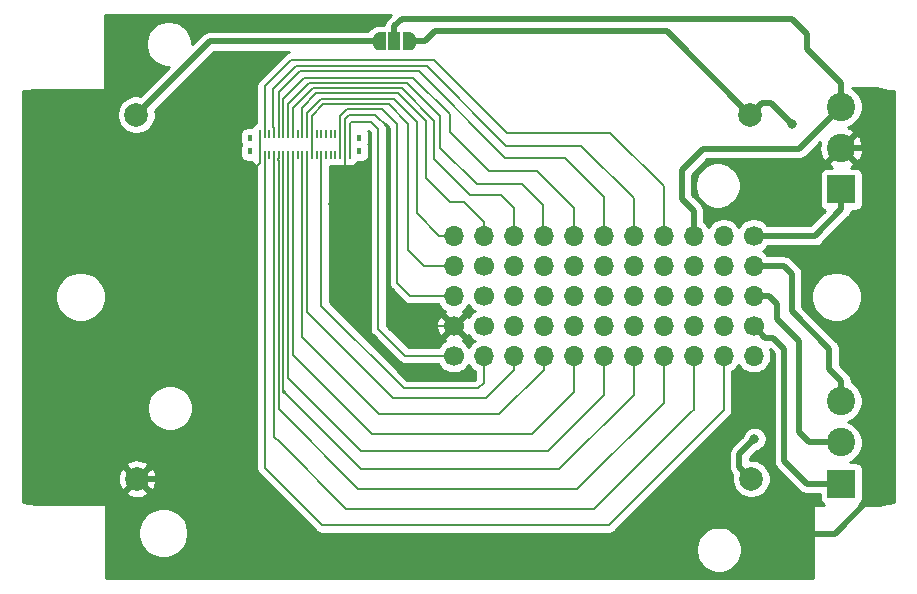
<source format=gbr>
G04 #@! TF.GenerationSoftware,KiCad,Pcbnew,5.1.5-52549c5~86~ubuntu18.04.1*
G04 #@! TF.CreationDate,2020-11-21T17:19:21-05:00*
G04 #@! TF.ProjectId,RAK4631_LORA_ADAPTABLE_NODE,52414b34-3633-4315-9f4c-4f52415f4144,rev?*
G04 #@! TF.SameCoordinates,Original*
G04 #@! TF.FileFunction,Copper,L2,Bot*
G04 #@! TF.FilePolarity,Positive*
%FSLAX46Y46*%
G04 Gerber Fmt 4.6, Leading zero omitted, Abs format (unit mm)*
G04 Created by KiCad (PCBNEW 5.1.5-52549c5~86~ubuntu18.04.1) date 2020-11-21 17:19:21*
%MOMM*%
%LPD*%
G04 APERTURE LIST*
%ADD10R,0.450000X0.530000*%
%ADD11R,0.230000X0.650000*%
%ADD12O,1.700000X1.700000*%
%ADD13C,1.700000*%
%ADD14C,2.400000*%
%ADD15R,2.400000X2.400000*%
%ADD16C,2.000000*%
%ADD17R,1.000000X1.500000*%
%ADD18C,0.100000*%
%ADD19C,0.800000*%
%ADD20C,0.500000*%
%ADD21C,0.166000*%
%ADD22C,0.250000*%
%ADD23C,0.160000*%
%ADD24C,0.152400*%
%ADD25C,0.254000*%
G04 APERTURE END LIST*
D10*
X129090400Y-112172600D03*
X129090400Y-111042600D03*
X119880400Y-112172600D03*
X119880400Y-111042600D03*
D11*
X120685400Y-110732600D03*
X120685400Y-112482600D03*
X121085400Y-110732600D03*
X121085400Y-112482600D03*
X121485400Y-110732600D03*
X121485400Y-112482600D03*
X121885400Y-110732600D03*
X121885400Y-112482600D03*
X122285400Y-110732600D03*
X122285400Y-112482600D03*
X122685400Y-110732600D03*
X122685400Y-112482600D03*
X123085400Y-110732600D03*
X123085400Y-112482600D03*
X123485400Y-110732600D03*
X123485400Y-112482600D03*
X123885400Y-110732600D03*
X123885400Y-112482600D03*
X124285400Y-110732600D03*
X124285400Y-112482600D03*
X124685400Y-110732600D03*
X124685400Y-112482600D03*
X125085400Y-110732600D03*
X125085400Y-112482600D03*
X125485400Y-110732600D03*
X125485400Y-112482600D03*
X125885400Y-110732600D03*
X125885400Y-112482600D03*
X126285400Y-110732600D03*
X126285400Y-112482600D03*
X126685400Y-110732600D03*
X126685400Y-112482600D03*
X127085400Y-110732600D03*
X127085400Y-112482600D03*
X127485400Y-110732600D03*
X127485400Y-112482600D03*
X127885400Y-110732600D03*
X127885400Y-112482600D03*
X128285400Y-110732600D03*
X128285400Y-112482600D03*
D12*
X159955000Y-121885000D03*
X157415000Y-121885000D03*
X154875000Y-121885000D03*
X152335000Y-121885000D03*
X149795000Y-121885000D03*
X147255000Y-121885000D03*
X144715000Y-121885000D03*
X142175000Y-121885000D03*
D13*
X139635000Y-121885000D03*
D12*
X159955000Y-124425000D03*
X157415000Y-124425000D03*
X154875000Y-124425000D03*
X152335000Y-124425000D03*
X149795000Y-124425000D03*
X147255000Y-124425000D03*
X144715000Y-124425000D03*
X142175000Y-124425000D03*
D13*
X139635000Y-124425000D03*
D12*
X159955000Y-126965000D03*
X157415000Y-126965000D03*
X154875000Y-126965000D03*
X152335000Y-126965000D03*
X149795000Y-126965000D03*
X147255000Y-126965000D03*
X144715000Y-126965000D03*
X142175000Y-126965000D03*
D13*
X139635000Y-126965000D03*
D14*
X169910000Y-108400000D03*
X169910000Y-111900000D03*
D15*
X169910000Y-115400000D03*
D12*
X137095000Y-119345000D03*
X139635000Y-119345000D03*
X142175000Y-119345000D03*
X144715000Y-119345000D03*
X147255000Y-119345000D03*
X149795000Y-119345000D03*
X152335000Y-119345000D03*
X154875000Y-119345000D03*
X157415000Y-119345000D03*
X159955000Y-119345000D03*
D13*
X162495000Y-119345000D03*
D12*
X162495000Y-129505000D03*
X159955000Y-129505000D03*
X157415000Y-129505000D03*
X154875000Y-129505000D03*
X152335000Y-129505000D03*
X149795000Y-129505000D03*
X147255000Y-129505000D03*
X144715000Y-129505000D03*
X142175000Y-129505000D03*
X139635000Y-129505000D03*
D13*
X137095000Y-129505000D03*
D12*
X137095000Y-121885000D03*
X137095000Y-124425000D03*
D13*
X137095000Y-126965000D03*
D12*
X162495000Y-121885000D03*
X162495000Y-124425000D03*
D13*
X162495000Y-126965000D03*
D16*
X110220000Y-109085000D03*
X162210000Y-109085000D03*
D14*
X169910000Y-133335000D03*
X169910000Y-136835000D03*
D15*
X169910000Y-140335000D03*
D17*
X132080000Y-102870000D03*
G04 #@! TA.AperFunction,SMDPad,CuDef*
D18*
G36*
X133380000Y-102120602D02*
G01*
X133404534Y-102120602D01*
X133453365Y-102125412D01*
X133501490Y-102134984D01*
X133548445Y-102149228D01*
X133593778Y-102168005D01*
X133637051Y-102191136D01*
X133677850Y-102218396D01*
X133715779Y-102249524D01*
X133750476Y-102284221D01*
X133781604Y-102322150D01*
X133808864Y-102362949D01*
X133831995Y-102406222D01*
X133850772Y-102451555D01*
X133865016Y-102498510D01*
X133874588Y-102546635D01*
X133879398Y-102595466D01*
X133879398Y-102620000D01*
X133880000Y-102620000D01*
X133880000Y-103120000D01*
X133879398Y-103120000D01*
X133879398Y-103144534D01*
X133874588Y-103193365D01*
X133865016Y-103241490D01*
X133850772Y-103288445D01*
X133831995Y-103333778D01*
X133808864Y-103377051D01*
X133781604Y-103417850D01*
X133750476Y-103455779D01*
X133715779Y-103490476D01*
X133677850Y-103521604D01*
X133637051Y-103548864D01*
X133593778Y-103571995D01*
X133548445Y-103590772D01*
X133501490Y-103605016D01*
X133453365Y-103614588D01*
X133404534Y-103619398D01*
X133380000Y-103619398D01*
X133380000Y-103620000D01*
X132830000Y-103620000D01*
X132830000Y-102120000D01*
X133380000Y-102120000D01*
X133380000Y-102120602D01*
G37*
G04 #@! TD.AperFunction*
G04 #@! TA.AperFunction,SMDPad,CuDef*
G36*
X131330000Y-103620000D02*
G01*
X130780000Y-103620000D01*
X130780000Y-103619398D01*
X130755466Y-103619398D01*
X130706635Y-103614588D01*
X130658510Y-103605016D01*
X130611555Y-103590772D01*
X130566222Y-103571995D01*
X130522949Y-103548864D01*
X130482150Y-103521604D01*
X130444221Y-103490476D01*
X130409524Y-103455779D01*
X130378396Y-103417850D01*
X130351136Y-103377051D01*
X130328005Y-103333778D01*
X130309228Y-103288445D01*
X130294984Y-103241490D01*
X130285412Y-103193365D01*
X130280602Y-103144534D01*
X130280602Y-103120000D01*
X130280000Y-103120000D01*
X130280000Y-102620000D01*
X130280602Y-102620000D01*
X130280602Y-102595466D01*
X130285412Y-102546635D01*
X130294984Y-102498510D01*
X130309228Y-102451555D01*
X130328005Y-102406222D01*
X130351136Y-102362949D01*
X130378396Y-102322150D01*
X130409524Y-102284221D01*
X130444221Y-102249524D01*
X130482150Y-102218396D01*
X130522949Y-102191136D01*
X130566222Y-102168005D01*
X130611555Y-102149228D01*
X130658510Y-102134984D01*
X130706635Y-102125412D01*
X130755466Y-102120602D01*
X130780000Y-102120602D01*
X130780000Y-102120000D01*
X131330000Y-102120000D01*
X131330000Y-103620000D01*
G37*
G04 #@! TD.AperFunction*
D16*
X162290000Y-139915000D03*
X110300000Y-139915000D03*
D19*
X162560000Y-136525000D03*
X165735000Y-109855000D03*
X126873000Y-116611400D03*
X118948200Y-115620800D03*
D20*
X116435000Y-102870000D02*
X110220000Y-109085000D01*
X116435000Y-102870000D02*
X130780000Y-102870000D01*
X161290000Y-137795000D02*
X162560000Y-136525000D01*
X164465000Y-108585000D02*
X165735000Y-109855000D01*
X163965001Y-108085001D02*
X164465000Y-108585000D01*
X162210000Y-109085000D02*
X163209999Y-108085001D01*
X163209999Y-108085001D02*
X163965001Y-108085001D01*
X134664830Y-102870000D02*
X133380000Y-102870000D01*
X135514832Y-102019998D02*
X134664830Y-102870000D01*
X162210000Y-109085000D02*
X155144998Y-102019998D01*
X155144998Y-102019998D02*
X135514832Y-102019998D01*
X161290000Y-138915000D02*
X161290000Y-137795000D01*
X162290000Y-139915000D02*
X161290000Y-138915000D01*
D21*
X127885400Y-110892800D02*
X127885400Y-112482600D01*
X127885400Y-110732600D02*
X127885400Y-110892800D01*
X120685400Y-111223600D02*
X120685400Y-112482600D01*
X120685400Y-110732600D02*
X120685400Y-111223600D01*
D20*
X169910000Y-111900000D02*
X171607056Y-111900000D01*
D21*
X169910000Y-111900000D02*
X171793200Y-111900000D01*
X127885400Y-112482600D02*
X127885400Y-115370400D01*
X127885400Y-115370400D02*
X127885400Y-115446600D01*
X127885400Y-115370400D02*
X127885400Y-115802200D01*
X127885400Y-115802200D02*
X127279400Y-116408200D01*
X127279400Y-116408200D02*
X127076200Y-116611400D01*
X127076200Y-116611400D02*
X126873000Y-116611400D01*
X120685400Y-113197800D02*
X120685400Y-112482600D01*
X118948200Y-115620800D02*
X118948200Y-114935000D01*
X118948200Y-114935000D02*
X120685400Y-113197800D01*
X132730800Y-126965000D02*
X137095000Y-126965000D01*
X127885400Y-110732600D02*
X127885400Y-109477600D01*
X128270000Y-109093000D02*
X130454400Y-109093000D01*
X130454400Y-109093000D02*
X131495800Y-110134400D01*
X127885400Y-109477600D02*
X128270000Y-109093000D01*
X131495800Y-110134400D02*
X131495800Y-125730000D01*
X131495800Y-125730000D02*
X132730800Y-126965000D01*
D20*
X121615200Y-145643600D02*
X115886600Y-139915000D01*
X154178000Y-145643600D02*
X121615200Y-145643600D01*
X169341800Y-144551400D02*
X163347400Y-144551400D01*
X115886600Y-139915000D02*
X110300000Y-139915000D01*
X171793200Y-111900000D02*
X172770800Y-112877600D01*
X172770800Y-112877600D02*
X172770800Y-141122400D01*
X172770800Y-141122400D02*
X169341800Y-144551400D01*
X163347400Y-144551400D02*
X161569400Y-142773400D01*
X157048200Y-142773400D02*
X154178000Y-145643600D01*
X161569400Y-142773400D02*
X157048200Y-142773400D01*
X115886600Y-118682400D02*
X118948200Y-115620800D01*
X115886600Y-139915000D02*
X115886600Y-118682400D01*
X168910000Y-128905000D02*
X165735000Y-125730000D01*
X165735000Y-125730000D02*
X165735000Y-122555000D01*
X165065000Y-121885000D02*
X162495000Y-121885000D01*
X165735000Y-122555000D02*
X165065000Y-121885000D01*
X168910000Y-130637944D02*
X168910000Y-128905000D01*
X169910000Y-133335000D02*
X169910000Y-131637944D01*
X169910000Y-131637944D02*
X168910000Y-130637944D01*
X162495000Y-124425000D02*
X163160000Y-124425000D01*
X164465000Y-125095000D02*
X164465000Y-126365000D01*
X164465000Y-126365000D02*
X166370000Y-128270000D01*
X166370000Y-135992056D02*
X166370000Y-128270000D01*
X163795000Y-124425000D02*
X162495000Y-124425000D01*
X164465000Y-125095000D02*
X163795000Y-124425000D01*
X167212944Y-136835000D02*
X166370000Y-135992056D01*
X169910000Y-136835000D02*
X167212944Y-136835000D01*
X163494489Y-127964489D02*
X162495000Y-126965000D01*
X164159489Y-127964489D02*
X163494489Y-127964489D01*
X165100000Y-128905000D02*
X164159489Y-127964489D01*
X165100000Y-138430000D02*
X165100000Y-128905000D01*
X169910000Y-140335000D02*
X167005000Y-140335000D01*
X167005000Y-140335000D02*
X165100000Y-138430000D01*
X169910000Y-108400000D02*
X166346800Y-111963200D01*
X166346800Y-111963200D02*
X158216600Y-111963200D01*
X158216600Y-111963200D02*
X156387800Y-113792000D01*
X156387800Y-113792000D02*
X156387800Y-116230400D01*
X157415000Y-117257600D02*
X157415000Y-119345000D01*
X156387800Y-116230400D02*
X157415000Y-117257600D01*
X132080000Y-101600000D02*
X132080000Y-102870000D01*
X132715000Y-100965000D02*
X132080000Y-101600000D01*
X169910000Y-106410000D02*
X167005000Y-103505000D01*
X169910000Y-108400000D02*
X169910000Y-106410000D01*
X167005000Y-103505000D02*
X167005000Y-102235000D01*
X167005000Y-102235000D02*
X165735000Y-100965000D01*
X165735000Y-100965000D02*
X132715000Y-100965000D01*
X163697081Y-119345000D02*
X162495000Y-119345000D01*
X167665000Y-119345000D02*
X163697081Y-119345000D01*
X169910000Y-115400000D02*
X169910000Y-117100000D01*
X169910000Y-117100000D02*
X167665000Y-119345000D01*
D21*
X121085400Y-110241600D02*
X121085400Y-110732600D01*
X154875000Y-115149400D02*
X150342600Y-110617000D01*
X154875000Y-119345000D02*
X154875000Y-115149400D01*
X141579600Y-110617000D02*
X135407400Y-104444800D01*
X150342600Y-110617000D02*
X141579600Y-110617000D01*
X135407400Y-104444800D02*
X123317000Y-104444800D01*
X121085400Y-106676400D02*
X121085400Y-110241600D01*
X123317000Y-104444800D02*
X121085400Y-106676400D01*
X121085400Y-112482600D02*
X121085400Y-138967000D01*
X125984000Y-143865600D02*
X132892800Y-143865600D01*
X121085400Y-138967000D02*
X125984000Y-143865600D01*
X150215600Y-143865600D02*
X132892800Y-143865600D01*
X132892800Y-143865600D02*
X132537200Y-143865600D01*
X159955000Y-134075400D02*
X159867600Y-134162800D01*
X159955000Y-129505000D02*
X159955000Y-134075400D01*
X159867600Y-134162800D02*
X150215600Y-143865600D01*
X121885400Y-110241600D02*
X121885400Y-110732600D01*
X121779390Y-110135590D02*
X121885400Y-110241600D01*
X152335000Y-116165400D02*
X147878800Y-111709200D01*
X152335000Y-119345000D02*
X152335000Y-116165400D01*
X123723400Y-105003600D02*
X121779390Y-106947610D01*
X147878800Y-111709200D02*
X141554200Y-111709200D01*
X121779390Y-106947610D02*
X121779390Y-110135590D01*
X141554200Y-111709200D02*
X134848600Y-105003600D01*
X134848600Y-105003600D02*
X123723400Y-105003600D01*
X121885400Y-136363400D02*
X122351800Y-136829800D01*
X121885400Y-112482600D02*
X121885400Y-136363400D01*
X122351800Y-136829800D02*
X121885400Y-136338000D01*
X148971000Y-142468600D02*
X127990600Y-142468600D01*
X127990600Y-142468600D02*
X122351800Y-136829800D01*
X157415000Y-134075400D02*
X157276800Y-134213600D01*
X157415000Y-129505000D02*
X157415000Y-134075400D01*
X157276800Y-134213600D02*
X148971000Y-142468600D01*
X122285400Y-107203600D02*
X122285400Y-110732600D01*
X149795000Y-116063800D02*
X146481800Y-112750600D01*
X124079000Y-105410000D02*
X122285400Y-107203600D01*
X141478000Y-112750600D02*
X134137400Y-105410000D01*
X149795000Y-119345000D02*
X149795000Y-116063800D01*
X146481800Y-112750600D02*
X141478000Y-112750600D01*
X134137400Y-105410000D02*
X124079000Y-105410000D01*
X122261201Y-112888601D02*
X122261201Y-112776000D01*
X154875000Y-133465800D02*
X147574000Y-140766800D01*
X147574000Y-140766800D02*
X129032000Y-140766800D01*
X129032000Y-140766800D02*
X122285400Y-134020200D01*
X122285400Y-134020200D02*
X122285400Y-112912800D01*
X154875000Y-129505000D02*
X154875000Y-133465800D01*
X122285400Y-112912800D02*
X122261201Y-112888601D01*
X147255000Y-116981200D02*
X147255000Y-119345000D01*
X140106400Y-113868200D02*
X144170400Y-113868200D01*
X122685400Y-107718000D02*
X124434600Y-105968800D01*
X147269200Y-116967000D02*
X147255000Y-116981200D01*
X124434600Y-105968800D02*
X133654800Y-105968800D01*
X122685400Y-110732600D02*
X122685400Y-107718000D01*
X144170400Y-113868200D02*
X147269200Y-116967000D01*
X133654800Y-105968800D02*
X136753600Y-109067600D01*
X136753600Y-109067600D02*
X136753600Y-110515400D01*
X136753600Y-110515400D02*
X140106400Y-113868200D01*
X122685400Y-112482600D02*
X122685400Y-132540600D01*
X122685400Y-132540600D02*
X122961400Y-132816600D01*
X122961400Y-132816600D02*
X122709599Y-132463199D01*
X129235200Y-139090400D02*
X122961400Y-132816600D01*
X146050000Y-139090400D02*
X129235200Y-139090400D01*
X152335000Y-129505000D02*
X152335000Y-132805400D01*
X152335000Y-132805400D02*
X146050000Y-139090400D01*
X123085400Y-108156200D02*
X123085400Y-110241600D01*
X124841000Y-106400600D02*
X123085400Y-108156200D01*
X133146800Y-106400600D02*
X124841000Y-106400600D01*
X135966200Y-109220000D02*
X133146800Y-106400600D01*
X135966200Y-111912400D02*
X135966200Y-109220000D01*
X144715000Y-119343400D02*
X144627600Y-119256000D01*
X144715000Y-119345000D02*
X144715000Y-119343400D01*
X144627600Y-119256000D02*
X144627600Y-116713000D01*
X144627600Y-116713000D02*
X142900400Y-114985800D01*
X142900400Y-114985800D02*
X139039600Y-114985800D01*
X123085400Y-110241600D02*
X123085400Y-110732600D01*
X139039600Y-114985800D02*
X135966200Y-111912400D01*
X123085400Y-112482600D02*
X123085400Y-131416600D01*
X123085400Y-131416600D02*
X123418600Y-131749800D01*
X123418600Y-131749800D02*
X123141590Y-131498190D01*
X145059400Y-137591800D02*
X129260600Y-137591800D01*
X129260600Y-137591800D02*
X123418600Y-131749800D01*
X149795000Y-129505000D02*
X149795000Y-132805400D01*
X149555200Y-133045200D02*
X145059400Y-137591800D01*
X149795000Y-132805400D02*
X149555200Y-133045200D01*
X141071600Y-115900200D02*
X142175000Y-117003600D01*
X123485400Y-108518200D02*
X125145800Y-106857800D01*
X125145800Y-106857800D02*
X132715000Y-106857800D01*
X135458200Y-112877600D02*
X138480800Y-115900200D01*
X123485400Y-110732600D02*
X123485400Y-108518200D01*
X142175000Y-117003600D02*
X142175000Y-119345000D01*
X132715000Y-106857800D02*
X135458200Y-109601000D01*
X138480800Y-115900200D02*
X141071600Y-115900200D01*
X135458200Y-109601000D02*
X135458200Y-112877600D01*
X123485400Y-112973600D02*
X123485400Y-112482600D01*
X123485400Y-129429000D02*
X123485400Y-112973600D01*
X143738600Y-136118600D02*
X130175000Y-136118600D01*
X130175000Y-136118600D02*
X123485400Y-129429000D01*
X147255000Y-132602200D02*
X147255000Y-129505000D01*
X147129500Y-132727700D02*
X147255000Y-132602200D01*
X147129500Y-132727700D02*
X143738600Y-136118600D01*
X147193000Y-132664200D02*
X147129500Y-132727700D01*
X124285400Y-108480200D02*
X124285400Y-110732600D01*
X125476000Y-107289600D02*
X124285400Y-108480200D01*
X132384800Y-107289600D02*
X125476000Y-107289600D01*
X139635000Y-119345000D02*
X139635000Y-118142919D01*
X134747000Y-114452400D02*
X134747000Y-109651800D01*
X139635000Y-118142919D02*
X137951081Y-116459000D01*
X137951081Y-116459000D02*
X136753600Y-116459000D01*
X136753600Y-116459000D02*
X134747000Y-114452400D01*
X134747000Y-109651800D02*
X132384800Y-107289600D01*
X144715000Y-130707081D02*
X140954481Y-134467600D01*
X144715000Y-129505000D02*
X144715000Y-130707081D01*
X140954481Y-134467600D02*
X130810000Y-134467600D01*
X124285400Y-112973600D02*
X124285400Y-112482600D01*
X130810000Y-134467600D02*
X124285400Y-127943000D01*
X124285400Y-127943000D02*
X124285400Y-112973600D01*
X124685400Y-108969200D02*
X124685400Y-110732600D01*
X135892919Y-119345000D02*
X133985000Y-117437081D01*
X137095000Y-119345000D02*
X135892919Y-119345000D01*
X133985000Y-117437081D02*
X133985000Y-109728000D01*
X132029200Y-107772200D02*
X125882400Y-107772200D01*
X133985000Y-109728000D02*
X132029200Y-107772200D01*
X125882400Y-107772200D02*
X124685400Y-108969200D01*
X142175000Y-130707081D02*
X139836881Y-133045200D01*
X139836881Y-133045200D02*
X131927600Y-133045200D01*
X142175000Y-129505000D02*
X142175000Y-130707081D01*
X124685400Y-125777600D02*
X125298200Y-126390400D01*
X131927600Y-133045200D02*
X125298200Y-126390400D01*
X124685400Y-112482600D02*
X124685400Y-125777600D01*
X125298200Y-126390400D02*
X124764800Y-125882400D01*
D20*
X136970000Y-121760000D02*
X137095000Y-121885000D01*
D21*
X125085400Y-110732600D02*
X125085400Y-112482600D01*
X134559600Y-121885000D02*
X133248400Y-120573800D01*
X137095000Y-121885000D02*
X134559600Y-121885000D01*
X133248400Y-120573800D02*
X133248400Y-109855000D01*
X133248400Y-109855000D02*
X131597400Y-108204000D01*
X131597400Y-108204000D02*
X126060200Y-108204000D01*
X125085400Y-109178800D02*
X125085400Y-110732600D01*
X126060200Y-108204000D02*
X125085400Y-109178800D01*
D22*
X139635000Y-130240000D02*
X139635000Y-129505000D01*
D21*
X139635000Y-129505000D02*
X139635000Y-131786400D01*
X139635000Y-131786400D02*
X139189000Y-132232400D01*
X139189000Y-132232400D02*
X132867400Y-132232400D01*
X125885400Y-125250400D02*
X125885400Y-112482600D01*
X132867400Y-132232400D02*
X125885400Y-125250400D01*
X127485400Y-110893600D02*
X127485400Y-112482600D01*
X127485400Y-110732600D02*
X127485400Y-110893600D01*
X127485400Y-110732600D02*
X127485400Y-109191800D01*
X128041400Y-108635800D02*
X131064000Y-108635800D01*
X131064000Y-108635800D02*
X132334000Y-109905800D01*
X132334000Y-109905800D02*
X132334000Y-123342400D01*
X133416600Y-124425000D02*
X137095000Y-124425000D01*
X127485400Y-109191800D02*
X128041400Y-108635800D01*
X132334000Y-123342400D02*
X133416600Y-124425000D01*
X128285400Y-110732600D02*
X128285400Y-110779400D01*
D23*
X128285400Y-110732600D02*
X128285400Y-110830200D01*
D24*
X128285400Y-110732600D02*
X128285400Y-110906400D01*
D21*
X128285400Y-111223600D02*
X128285400Y-112482600D01*
X128285400Y-110732600D02*
X128285400Y-111223600D01*
X133010200Y-129505000D02*
X137095000Y-129505000D01*
X128285400Y-110732600D02*
X128285400Y-109839600D01*
X128422400Y-109702600D02*
X130124200Y-109702600D01*
X128285400Y-109839600D02*
X128422400Y-109702600D01*
X130124200Y-109702600D02*
X130708400Y-110286800D01*
X130708400Y-110286800D02*
X130708400Y-127203200D01*
X130708400Y-127203200D02*
X133010200Y-129505000D01*
D25*
G36*
X131484956Y-100943466D02*
G01*
X131451183Y-100971183D01*
X131340589Y-101105942D01*
X131258411Y-101259688D01*
X131207805Y-101426511D01*
X131202347Y-101481928D01*
X130780000Y-101481928D01*
X130755550Y-101484336D01*
X130730991Y-101484336D01*
X130606510Y-101496596D01*
X130510377Y-101515718D01*
X130390681Y-101552027D01*
X130300125Y-101589536D01*
X130189808Y-101648502D01*
X130108309Y-101702958D01*
X130011618Y-101782310D01*
X129942310Y-101851618D01*
X129862958Y-101948309D01*
X129838442Y-101985000D01*
X116478465Y-101985000D01*
X116434999Y-101980719D01*
X116391533Y-101985000D01*
X116391523Y-101985000D01*
X116261510Y-101997805D01*
X116094687Y-102048411D01*
X115940941Y-102130589D01*
X115911452Y-102154790D01*
X115839953Y-102213468D01*
X115839951Y-102213470D01*
X115806183Y-102241183D01*
X115778470Y-102274951D01*
X114925000Y-103128421D01*
X114925000Y-102897449D01*
X114849870Y-102519748D01*
X114702498Y-102163960D01*
X114488547Y-101843760D01*
X114216240Y-101571453D01*
X113896040Y-101357502D01*
X113540252Y-101210130D01*
X113162551Y-101135000D01*
X112777449Y-101135000D01*
X112399748Y-101210130D01*
X112043960Y-101357502D01*
X111723760Y-101571453D01*
X111451453Y-101843760D01*
X111237502Y-102163960D01*
X111090130Y-102519748D01*
X111015000Y-102897449D01*
X111015000Y-103282551D01*
X111090130Y-103660252D01*
X111237502Y-104016040D01*
X111451453Y-104336240D01*
X111723760Y-104608547D01*
X112043960Y-104822498D01*
X112399748Y-104969870D01*
X112777449Y-105045000D01*
X113008421Y-105045000D01*
X110566525Y-107486897D01*
X110381033Y-107450000D01*
X110058967Y-107450000D01*
X109743088Y-107512832D01*
X109445537Y-107636082D01*
X109177748Y-107815013D01*
X108950013Y-108042748D01*
X108771082Y-108310537D01*
X108647832Y-108608088D01*
X108585000Y-108923967D01*
X108585000Y-109246033D01*
X108647832Y-109561912D01*
X108771082Y-109859463D01*
X108950013Y-110127252D01*
X109177748Y-110354987D01*
X109445537Y-110533918D01*
X109743088Y-110657168D01*
X110058967Y-110720000D01*
X110381033Y-110720000D01*
X110696912Y-110657168D01*
X110994463Y-110533918D01*
X111262252Y-110354987D01*
X111489987Y-110127252D01*
X111668918Y-109859463D01*
X111792168Y-109561912D01*
X111855000Y-109246033D01*
X111855000Y-108923967D01*
X111818103Y-108738475D01*
X116801579Y-103755000D01*
X123117532Y-103755000D01*
X123040904Y-103778245D01*
X122916171Y-103844916D01*
X122806841Y-103934641D01*
X122784356Y-103962039D01*
X120602640Y-106143756D01*
X120575241Y-106166242D01*
X120485516Y-106275572D01*
X120418845Y-106400305D01*
X120377789Y-106535648D01*
X120367400Y-106641129D01*
X120367400Y-106641138D01*
X120363927Y-106676400D01*
X120367400Y-106711662D01*
X120367401Y-109805919D01*
X120306303Y-109826748D01*
X120198059Y-109889432D01*
X120104124Y-109972029D01*
X120028107Y-110071364D01*
X119994603Y-110139528D01*
X119655400Y-110139528D01*
X119530918Y-110151788D01*
X119411220Y-110188098D01*
X119300906Y-110247063D01*
X119204215Y-110326415D01*
X119124863Y-110423106D01*
X119065898Y-110533420D01*
X119029588Y-110653118D01*
X119017328Y-110777600D01*
X119017328Y-111307600D01*
X119029588Y-111432082D01*
X119065898Y-111551780D01*
X119095735Y-111607600D01*
X119065898Y-111663420D01*
X119029588Y-111783118D01*
X119017328Y-111907600D01*
X119017328Y-112437600D01*
X119029588Y-112562082D01*
X119065898Y-112681780D01*
X119124863Y-112792094D01*
X119204215Y-112888785D01*
X119300906Y-112968137D01*
X119411220Y-113027102D01*
X119530918Y-113063412D01*
X119655400Y-113075672D01*
X119994603Y-113075672D01*
X120028107Y-113143836D01*
X120104124Y-113243171D01*
X120198059Y-113325768D01*
X120306303Y-113388452D01*
X120367400Y-113409280D01*
X120367401Y-138931728D01*
X120363927Y-138967000D01*
X120367401Y-139002272D01*
X120377790Y-139107753D01*
X120418846Y-139243096D01*
X120485517Y-139367829D01*
X120575242Y-139477159D01*
X120602640Y-139499644D01*
X125451360Y-144348366D01*
X125473841Y-144375759D01*
X125501233Y-144398239D01*
X125501238Y-144398244D01*
X125583171Y-144465484D01*
X125707904Y-144532155D01*
X125843247Y-144573211D01*
X125984000Y-144587074D01*
X126019272Y-144583600D01*
X150181279Y-144583600D01*
X150217493Y-144587071D01*
X150286765Y-144580065D01*
X150356353Y-144573211D01*
X150357264Y-144572935D01*
X150358209Y-144572839D01*
X150424655Y-144552492D01*
X150491696Y-144532155D01*
X150492540Y-144531704D01*
X150493444Y-144531427D01*
X150554554Y-144498557D01*
X150616429Y-144465484D01*
X150617168Y-144464878D01*
X150618002Y-144464429D01*
X150671542Y-144420254D01*
X150725759Y-144375759D01*
X150748850Y-144347623D01*
X157267167Y-137795000D01*
X160400719Y-137795000D01*
X160405001Y-137838478D01*
X160405000Y-138871530D01*
X160400719Y-138915000D01*
X160405000Y-138958469D01*
X160405000Y-138958476D01*
X160414502Y-139054956D01*
X160417805Y-139088490D01*
X160423649Y-139107753D01*
X160468411Y-139255312D01*
X160550589Y-139409058D01*
X160661183Y-139543817D01*
X160691803Y-139568946D01*
X160655000Y-139753967D01*
X160655000Y-140076033D01*
X160717832Y-140391912D01*
X160841082Y-140689463D01*
X161020013Y-140957252D01*
X161247748Y-141184987D01*
X161515537Y-141363918D01*
X161813088Y-141487168D01*
X162128967Y-141550000D01*
X162451033Y-141550000D01*
X162766912Y-141487168D01*
X163064463Y-141363918D01*
X163332252Y-141184987D01*
X163559987Y-140957252D01*
X163738918Y-140689463D01*
X163862168Y-140391912D01*
X163925000Y-140076033D01*
X163925000Y-139753967D01*
X163862168Y-139438088D01*
X163738918Y-139140537D01*
X163559987Y-138872748D01*
X163332252Y-138645013D01*
X163064463Y-138466082D01*
X162766912Y-138342832D01*
X162451033Y-138280000D01*
X162175000Y-138280000D01*
X162175000Y-138161578D01*
X162805044Y-137531535D01*
X162861898Y-137520226D01*
X163050256Y-137442205D01*
X163219774Y-137328937D01*
X163363937Y-137184774D01*
X163477205Y-137015256D01*
X163555226Y-136826898D01*
X163595000Y-136626939D01*
X163595000Y-136423061D01*
X163555226Y-136223102D01*
X163477205Y-136034744D01*
X163363937Y-135865226D01*
X163219774Y-135721063D01*
X163050256Y-135607795D01*
X162861898Y-135529774D01*
X162661939Y-135490000D01*
X162458061Y-135490000D01*
X162258102Y-135529774D01*
X162069744Y-135607795D01*
X161900226Y-135721063D01*
X161756063Y-135865226D01*
X161642795Y-136034744D01*
X161564774Y-136223102D01*
X161553465Y-136279956D01*
X160694951Y-137138471D01*
X160661184Y-137166183D01*
X160633471Y-137199951D01*
X160633468Y-137199954D01*
X160550590Y-137300941D01*
X160468412Y-137454687D01*
X160417805Y-137621510D01*
X160400719Y-137795000D01*
X157267167Y-137795000D01*
X160376237Y-134669567D01*
X160437755Y-134608049D01*
X160465159Y-134585559D01*
X160554884Y-134476229D01*
X160621555Y-134351496D01*
X160662611Y-134216153D01*
X160673000Y-134110672D01*
X160673000Y-134110663D01*
X160676473Y-134075401D01*
X160673000Y-134040139D01*
X160673000Y-130811242D01*
X160901632Y-130658475D01*
X161108475Y-130451632D01*
X161225000Y-130277240D01*
X161341525Y-130451632D01*
X161548368Y-130658475D01*
X161791589Y-130820990D01*
X162061842Y-130932932D01*
X162348740Y-130990000D01*
X162641260Y-130990000D01*
X162928158Y-130932932D01*
X163198411Y-130820990D01*
X163441632Y-130658475D01*
X163648475Y-130451632D01*
X163810990Y-130208411D01*
X163922932Y-129938158D01*
X163980000Y-129651260D01*
X163980000Y-129358740D01*
X163922932Y-129071842D01*
X163857644Y-128914222D01*
X164215001Y-129271580D01*
X164215000Y-138386531D01*
X164210719Y-138430000D01*
X164215000Y-138473469D01*
X164215000Y-138473476D01*
X164224130Y-138566171D01*
X164227805Y-138603490D01*
X164240401Y-138645013D01*
X164278411Y-138770312D01*
X164360589Y-138924058D01*
X164471183Y-139058817D01*
X164504956Y-139086534D01*
X166348470Y-140930049D01*
X166376183Y-140963817D01*
X166409951Y-140991530D01*
X166409953Y-140991532D01*
X166510941Y-141074411D01*
X166664687Y-141156589D01*
X166831510Y-141207195D01*
X166961523Y-141220000D01*
X166961531Y-141220000D01*
X167005000Y-141224281D01*
X167048469Y-141220000D01*
X168071928Y-141220000D01*
X168071928Y-141535000D01*
X168084188Y-141659482D01*
X168120498Y-141779180D01*
X168179463Y-141889494D01*
X168258815Y-141986185D01*
X168355506Y-142065537D01*
X168444302Y-142113000D01*
X167640000Y-142113000D01*
X167615224Y-142115440D01*
X167591399Y-142122667D01*
X167569443Y-142134403D01*
X167550197Y-142150197D01*
X167534403Y-142169443D01*
X167522667Y-142191399D01*
X167515440Y-142215224D01*
X167513000Y-142240000D01*
X167513000Y-148340000D01*
X107670600Y-148340000D01*
X107670600Y-144289721D01*
X110365000Y-144289721D01*
X110365000Y-144710279D01*
X110447047Y-145122756D01*
X110607988Y-145511302D01*
X110841637Y-145860983D01*
X111139017Y-146158363D01*
X111488698Y-146392012D01*
X111877244Y-146552953D01*
X112289721Y-146635000D01*
X112710279Y-146635000D01*
X113122756Y-146552953D01*
X113511302Y-146392012D01*
X113860983Y-146158363D01*
X114158363Y-145860983D01*
X114254269Y-145717449D01*
X157585000Y-145717449D01*
X157585000Y-146102551D01*
X157660130Y-146480252D01*
X157807502Y-146836040D01*
X158021453Y-147156240D01*
X158293760Y-147428547D01*
X158613960Y-147642498D01*
X158969748Y-147789870D01*
X159347449Y-147865000D01*
X159732551Y-147865000D01*
X160110252Y-147789870D01*
X160466040Y-147642498D01*
X160786240Y-147428547D01*
X161058547Y-147156240D01*
X161272498Y-146836040D01*
X161419870Y-146480252D01*
X161495000Y-146102551D01*
X161495000Y-145717449D01*
X161419870Y-145339748D01*
X161272498Y-144983960D01*
X161058547Y-144663760D01*
X160786240Y-144391453D01*
X160466040Y-144177502D01*
X160110252Y-144030130D01*
X159732551Y-143955000D01*
X159347449Y-143955000D01*
X158969748Y-144030130D01*
X158613960Y-144177502D01*
X158293760Y-144391453D01*
X158021453Y-144663760D01*
X157807502Y-144983960D01*
X157660130Y-145339748D01*
X157585000Y-145717449D01*
X114254269Y-145717449D01*
X114392012Y-145511302D01*
X114552953Y-145122756D01*
X114635000Y-144710279D01*
X114635000Y-144289721D01*
X114552953Y-143877244D01*
X114392012Y-143488698D01*
X114158363Y-143139017D01*
X113860983Y-142841637D01*
X113511302Y-142607988D01*
X113122756Y-142447047D01*
X112710279Y-142365000D01*
X112289721Y-142365000D01*
X111877244Y-142447047D01*
X111488698Y-142607988D01*
X111139017Y-142841637D01*
X110841637Y-143139017D01*
X110607988Y-143488698D01*
X110447047Y-143877244D01*
X110365000Y-144289721D01*
X107670600Y-144289721D01*
X107670600Y-142214600D01*
X107668160Y-142189824D01*
X107660933Y-142165999D01*
X107649197Y-142144043D01*
X107633403Y-142124797D01*
X107614157Y-142109003D01*
X107592201Y-142097267D01*
X107568376Y-142090040D01*
X107543600Y-142087600D01*
X101792935Y-142087600D01*
X101170898Y-141938262D01*
X101068607Y-141922061D01*
X100660000Y-141889903D01*
X100660000Y-141050413D01*
X109344192Y-141050413D01*
X109439956Y-141314814D01*
X109729571Y-141455704D01*
X110041108Y-141537384D01*
X110362595Y-141556718D01*
X110681675Y-141512961D01*
X110986088Y-141407795D01*
X111160044Y-141314814D01*
X111255808Y-141050413D01*
X110300000Y-140094605D01*
X109344192Y-141050413D01*
X100660000Y-141050413D01*
X100660000Y-139977595D01*
X108658282Y-139977595D01*
X108702039Y-140296675D01*
X108807205Y-140601088D01*
X108900186Y-140775044D01*
X109164587Y-140870808D01*
X110120395Y-139915000D01*
X110479605Y-139915000D01*
X111435413Y-140870808D01*
X111699814Y-140775044D01*
X111840704Y-140485429D01*
X111922384Y-140173892D01*
X111941718Y-139852405D01*
X111897961Y-139533325D01*
X111792795Y-139228912D01*
X111699814Y-139054956D01*
X111435413Y-138959192D01*
X110479605Y-139915000D01*
X110120395Y-139915000D01*
X109164587Y-138959192D01*
X108900186Y-139054956D01*
X108759296Y-139344571D01*
X108677616Y-139656108D01*
X108658282Y-139977595D01*
X100660000Y-139977595D01*
X100660000Y-138779587D01*
X109344192Y-138779587D01*
X110300000Y-139735395D01*
X111255808Y-138779587D01*
X111160044Y-138515186D01*
X110870429Y-138374296D01*
X110558892Y-138292616D01*
X110237405Y-138273282D01*
X109918325Y-138317039D01*
X109613912Y-138422205D01*
X109439956Y-138515186D01*
X109344192Y-138779587D01*
X100660000Y-138779587D01*
X100660000Y-133727449D01*
X111105000Y-133727449D01*
X111105000Y-134112551D01*
X111180130Y-134490252D01*
X111327502Y-134846040D01*
X111541453Y-135166240D01*
X111813760Y-135438547D01*
X112133960Y-135652498D01*
X112489748Y-135799870D01*
X112867449Y-135875000D01*
X113252551Y-135875000D01*
X113630252Y-135799870D01*
X113986040Y-135652498D01*
X114306240Y-135438547D01*
X114578547Y-135166240D01*
X114792498Y-134846040D01*
X114939870Y-134490252D01*
X115015000Y-134112551D01*
X115015000Y-133727449D01*
X114939870Y-133349748D01*
X114792498Y-132993960D01*
X114578547Y-132673760D01*
X114306240Y-132401453D01*
X113986040Y-132187502D01*
X113630252Y-132040130D01*
X113252551Y-131965000D01*
X112867449Y-131965000D01*
X112489748Y-132040130D01*
X112133960Y-132187502D01*
X111813760Y-132401453D01*
X111541453Y-132673760D01*
X111327502Y-132993960D01*
X111180130Y-133349748D01*
X111105000Y-133727449D01*
X100660000Y-133727449D01*
X100660000Y-124289721D01*
X103365000Y-124289721D01*
X103365000Y-124710279D01*
X103447047Y-125122756D01*
X103607988Y-125511302D01*
X103841637Y-125860983D01*
X104139017Y-126158363D01*
X104488698Y-126392012D01*
X104877244Y-126552953D01*
X105289721Y-126635000D01*
X105710279Y-126635000D01*
X106122756Y-126552953D01*
X106511302Y-126392012D01*
X106860983Y-126158363D01*
X107158363Y-125860983D01*
X107392012Y-125511302D01*
X107552953Y-125122756D01*
X107635000Y-124710279D01*
X107635000Y-124289721D01*
X107552953Y-123877244D01*
X107392012Y-123488698D01*
X107158363Y-123139017D01*
X106860983Y-122841637D01*
X106511302Y-122607988D01*
X106122756Y-122447047D01*
X105710279Y-122365000D01*
X105289721Y-122365000D01*
X104877244Y-122447047D01*
X104488698Y-122607988D01*
X104139017Y-122841637D01*
X103841637Y-123139017D01*
X103607988Y-123488698D01*
X103447047Y-123877244D01*
X103365000Y-124289721D01*
X100660000Y-124289721D01*
X100660000Y-107110097D01*
X101068607Y-107077939D01*
X101170898Y-107061738D01*
X101370467Y-107013826D01*
X107466946Y-107035599D01*
X107491731Y-107033247D01*
X107515581Y-107026106D01*
X107537580Y-107014448D01*
X107556881Y-106998723D01*
X107572744Y-106979534D01*
X107584558Y-106957620D01*
X107591870Y-106933821D01*
X107594400Y-106908600D01*
X107594400Y-100660000D01*
X131768422Y-100660000D01*
X131484956Y-100943466D01*
G37*
X131484956Y-100943466D02*
X131451183Y-100971183D01*
X131340589Y-101105942D01*
X131258411Y-101259688D01*
X131207805Y-101426511D01*
X131202347Y-101481928D01*
X130780000Y-101481928D01*
X130755550Y-101484336D01*
X130730991Y-101484336D01*
X130606510Y-101496596D01*
X130510377Y-101515718D01*
X130390681Y-101552027D01*
X130300125Y-101589536D01*
X130189808Y-101648502D01*
X130108309Y-101702958D01*
X130011618Y-101782310D01*
X129942310Y-101851618D01*
X129862958Y-101948309D01*
X129838442Y-101985000D01*
X116478465Y-101985000D01*
X116434999Y-101980719D01*
X116391533Y-101985000D01*
X116391523Y-101985000D01*
X116261510Y-101997805D01*
X116094687Y-102048411D01*
X115940941Y-102130589D01*
X115911452Y-102154790D01*
X115839953Y-102213468D01*
X115839951Y-102213470D01*
X115806183Y-102241183D01*
X115778470Y-102274951D01*
X114925000Y-103128421D01*
X114925000Y-102897449D01*
X114849870Y-102519748D01*
X114702498Y-102163960D01*
X114488547Y-101843760D01*
X114216240Y-101571453D01*
X113896040Y-101357502D01*
X113540252Y-101210130D01*
X113162551Y-101135000D01*
X112777449Y-101135000D01*
X112399748Y-101210130D01*
X112043960Y-101357502D01*
X111723760Y-101571453D01*
X111451453Y-101843760D01*
X111237502Y-102163960D01*
X111090130Y-102519748D01*
X111015000Y-102897449D01*
X111015000Y-103282551D01*
X111090130Y-103660252D01*
X111237502Y-104016040D01*
X111451453Y-104336240D01*
X111723760Y-104608547D01*
X112043960Y-104822498D01*
X112399748Y-104969870D01*
X112777449Y-105045000D01*
X113008421Y-105045000D01*
X110566525Y-107486897D01*
X110381033Y-107450000D01*
X110058967Y-107450000D01*
X109743088Y-107512832D01*
X109445537Y-107636082D01*
X109177748Y-107815013D01*
X108950013Y-108042748D01*
X108771082Y-108310537D01*
X108647832Y-108608088D01*
X108585000Y-108923967D01*
X108585000Y-109246033D01*
X108647832Y-109561912D01*
X108771082Y-109859463D01*
X108950013Y-110127252D01*
X109177748Y-110354987D01*
X109445537Y-110533918D01*
X109743088Y-110657168D01*
X110058967Y-110720000D01*
X110381033Y-110720000D01*
X110696912Y-110657168D01*
X110994463Y-110533918D01*
X111262252Y-110354987D01*
X111489987Y-110127252D01*
X111668918Y-109859463D01*
X111792168Y-109561912D01*
X111855000Y-109246033D01*
X111855000Y-108923967D01*
X111818103Y-108738475D01*
X116801579Y-103755000D01*
X123117532Y-103755000D01*
X123040904Y-103778245D01*
X122916171Y-103844916D01*
X122806841Y-103934641D01*
X122784356Y-103962039D01*
X120602640Y-106143756D01*
X120575241Y-106166242D01*
X120485516Y-106275572D01*
X120418845Y-106400305D01*
X120377789Y-106535648D01*
X120367400Y-106641129D01*
X120367400Y-106641138D01*
X120363927Y-106676400D01*
X120367400Y-106711662D01*
X120367401Y-109805919D01*
X120306303Y-109826748D01*
X120198059Y-109889432D01*
X120104124Y-109972029D01*
X120028107Y-110071364D01*
X119994603Y-110139528D01*
X119655400Y-110139528D01*
X119530918Y-110151788D01*
X119411220Y-110188098D01*
X119300906Y-110247063D01*
X119204215Y-110326415D01*
X119124863Y-110423106D01*
X119065898Y-110533420D01*
X119029588Y-110653118D01*
X119017328Y-110777600D01*
X119017328Y-111307600D01*
X119029588Y-111432082D01*
X119065898Y-111551780D01*
X119095735Y-111607600D01*
X119065898Y-111663420D01*
X119029588Y-111783118D01*
X119017328Y-111907600D01*
X119017328Y-112437600D01*
X119029588Y-112562082D01*
X119065898Y-112681780D01*
X119124863Y-112792094D01*
X119204215Y-112888785D01*
X119300906Y-112968137D01*
X119411220Y-113027102D01*
X119530918Y-113063412D01*
X119655400Y-113075672D01*
X119994603Y-113075672D01*
X120028107Y-113143836D01*
X120104124Y-113243171D01*
X120198059Y-113325768D01*
X120306303Y-113388452D01*
X120367400Y-113409280D01*
X120367401Y-138931728D01*
X120363927Y-138967000D01*
X120367401Y-139002272D01*
X120377790Y-139107753D01*
X120418846Y-139243096D01*
X120485517Y-139367829D01*
X120575242Y-139477159D01*
X120602640Y-139499644D01*
X125451360Y-144348366D01*
X125473841Y-144375759D01*
X125501233Y-144398239D01*
X125501238Y-144398244D01*
X125583171Y-144465484D01*
X125707904Y-144532155D01*
X125843247Y-144573211D01*
X125984000Y-144587074D01*
X126019272Y-144583600D01*
X150181279Y-144583600D01*
X150217493Y-144587071D01*
X150286765Y-144580065D01*
X150356353Y-144573211D01*
X150357264Y-144572935D01*
X150358209Y-144572839D01*
X150424655Y-144552492D01*
X150491696Y-144532155D01*
X150492540Y-144531704D01*
X150493444Y-144531427D01*
X150554554Y-144498557D01*
X150616429Y-144465484D01*
X150617168Y-144464878D01*
X150618002Y-144464429D01*
X150671542Y-144420254D01*
X150725759Y-144375759D01*
X150748850Y-144347623D01*
X157267167Y-137795000D01*
X160400719Y-137795000D01*
X160405001Y-137838478D01*
X160405000Y-138871530D01*
X160400719Y-138915000D01*
X160405000Y-138958469D01*
X160405000Y-138958476D01*
X160414502Y-139054956D01*
X160417805Y-139088490D01*
X160423649Y-139107753D01*
X160468411Y-139255312D01*
X160550589Y-139409058D01*
X160661183Y-139543817D01*
X160691803Y-139568946D01*
X160655000Y-139753967D01*
X160655000Y-140076033D01*
X160717832Y-140391912D01*
X160841082Y-140689463D01*
X161020013Y-140957252D01*
X161247748Y-141184987D01*
X161515537Y-141363918D01*
X161813088Y-141487168D01*
X162128967Y-141550000D01*
X162451033Y-141550000D01*
X162766912Y-141487168D01*
X163064463Y-141363918D01*
X163332252Y-141184987D01*
X163559987Y-140957252D01*
X163738918Y-140689463D01*
X163862168Y-140391912D01*
X163925000Y-140076033D01*
X163925000Y-139753967D01*
X163862168Y-139438088D01*
X163738918Y-139140537D01*
X163559987Y-138872748D01*
X163332252Y-138645013D01*
X163064463Y-138466082D01*
X162766912Y-138342832D01*
X162451033Y-138280000D01*
X162175000Y-138280000D01*
X162175000Y-138161578D01*
X162805044Y-137531535D01*
X162861898Y-137520226D01*
X163050256Y-137442205D01*
X163219774Y-137328937D01*
X163363937Y-137184774D01*
X163477205Y-137015256D01*
X163555226Y-136826898D01*
X163595000Y-136626939D01*
X163595000Y-136423061D01*
X163555226Y-136223102D01*
X163477205Y-136034744D01*
X163363937Y-135865226D01*
X163219774Y-135721063D01*
X163050256Y-135607795D01*
X162861898Y-135529774D01*
X162661939Y-135490000D01*
X162458061Y-135490000D01*
X162258102Y-135529774D01*
X162069744Y-135607795D01*
X161900226Y-135721063D01*
X161756063Y-135865226D01*
X161642795Y-136034744D01*
X161564774Y-136223102D01*
X161553465Y-136279956D01*
X160694951Y-137138471D01*
X160661184Y-137166183D01*
X160633471Y-137199951D01*
X160633468Y-137199954D01*
X160550590Y-137300941D01*
X160468412Y-137454687D01*
X160417805Y-137621510D01*
X160400719Y-137795000D01*
X157267167Y-137795000D01*
X160376237Y-134669567D01*
X160437755Y-134608049D01*
X160465159Y-134585559D01*
X160554884Y-134476229D01*
X160621555Y-134351496D01*
X160662611Y-134216153D01*
X160673000Y-134110672D01*
X160673000Y-134110663D01*
X160676473Y-134075401D01*
X160673000Y-134040139D01*
X160673000Y-130811242D01*
X160901632Y-130658475D01*
X161108475Y-130451632D01*
X161225000Y-130277240D01*
X161341525Y-130451632D01*
X161548368Y-130658475D01*
X161791589Y-130820990D01*
X162061842Y-130932932D01*
X162348740Y-130990000D01*
X162641260Y-130990000D01*
X162928158Y-130932932D01*
X163198411Y-130820990D01*
X163441632Y-130658475D01*
X163648475Y-130451632D01*
X163810990Y-130208411D01*
X163922932Y-129938158D01*
X163980000Y-129651260D01*
X163980000Y-129358740D01*
X163922932Y-129071842D01*
X163857644Y-128914222D01*
X164215001Y-129271580D01*
X164215000Y-138386531D01*
X164210719Y-138430000D01*
X164215000Y-138473469D01*
X164215000Y-138473476D01*
X164224130Y-138566171D01*
X164227805Y-138603490D01*
X164240401Y-138645013D01*
X164278411Y-138770312D01*
X164360589Y-138924058D01*
X164471183Y-139058817D01*
X164504956Y-139086534D01*
X166348470Y-140930049D01*
X166376183Y-140963817D01*
X166409951Y-140991530D01*
X166409953Y-140991532D01*
X166510941Y-141074411D01*
X166664687Y-141156589D01*
X166831510Y-141207195D01*
X166961523Y-141220000D01*
X166961531Y-141220000D01*
X167005000Y-141224281D01*
X167048469Y-141220000D01*
X168071928Y-141220000D01*
X168071928Y-141535000D01*
X168084188Y-141659482D01*
X168120498Y-141779180D01*
X168179463Y-141889494D01*
X168258815Y-141986185D01*
X168355506Y-142065537D01*
X168444302Y-142113000D01*
X167640000Y-142113000D01*
X167615224Y-142115440D01*
X167591399Y-142122667D01*
X167569443Y-142134403D01*
X167550197Y-142150197D01*
X167534403Y-142169443D01*
X167522667Y-142191399D01*
X167515440Y-142215224D01*
X167513000Y-142240000D01*
X167513000Y-148340000D01*
X107670600Y-148340000D01*
X107670600Y-144289721D01*
X110365000Y-144289721D01*
X110365000Y-144710279D01*
X110447047Y-145122756D01*
X110607988Y-145511302D01*
X110841637Y-145860983D01*
X111139017Y-146158363D01*
X111488698Y-146392012D01*
X111877244Y-146552953D01*
X112289721Y-146635000D01*
X112710279Y-146635000D01*
X113122756Y-146552953D01*
X113511302Y-146392012D01*
X113860983Y-146158363D01*
X114158363Y-145860983D01*
X114254269Y-145717449D01*
X157585000Y-145717449D01*
X157585000Y-146102551D01*
X157660130Y-146480252D01*
X157807502Y-146836040D01*
X158021453Y-147156240D01*
X158293760Y-147428547D01*
X158613960Y-147642498D01*
X158969748Y-147789870D01*
X159347449Y-147865000D01*
X159732551Y-147865000D01*
X160110252Y-147789870D01*
X160466040Y-147642498D01*
X160786240Y-147428547D01*
X161058547Y-147156240D01*
X161272498Y-146836040D01*
X161419870Y-146480252D01*
X161495000Y-146102551D01*
X161495000Y-145717449D01*
X161419870Y-145339748D01*
X161272498Y-144983960D01*
X161058547Y-144663760D01*
X160786240Y-144391453D01*
X160466040Y-144177502D01*
X160110252Y-144030130D01*
X159732551Y-143955000D01*
X159347449Y-143955000D01*
X158969748Y-144030130D01*
X158613960Y-144177502D01*
X158293760Y-144391453D01*
X158021453Y-144663760D01*
X157807502Y-144983960D01*
X157660130Y-145339748D01*
X157585000Y-145717449D01*
X114254269Y-145717449D01*
X114392012Y-145511302D01*
X114552953Y-145122756D01*
X114635000Y-144710279D01*
X114635000Y-144289721D01*
X114552953Y-143877244D01*
X114392012Y-143488698D01*
X114158363Y-143139017D01*
X113860983Y-142841637D01*
X113511302Y-142607988D01*
X113122756Y-142447047D01*
X112710279Y-142365000D01*
X112289721Y-142365000D01*
X111877244Y-142447047D01*
X111488698Y-142607988D01*
X111139017Y-142841637D01*
X110841637Y-143139017D01*
X110607988Y-143488698D01*
X110447047Y-143877244D01*
X110365000Y-144289721D01*
X107670600Y-144289721D01*
X107670600Y-142214600D01*
X107668160Y-142189824D01*
X107660933Y-142165999D01*
X107649197Y-142144043D01*
X107633403Y-142124797D01*
X107614157Y-142109003D01*
X107592201Y-142097267D01*
X107568376Y-142090040D01*
X107543600Y-142087600D01*
X101792935Y-142087600D01*
X101170898Y-141938262D01*
X101068607Y-141922061D01*
X100660000Y-141889903D01*
X100660000Y-141050413D01*
X109344192Y-141050413D01*
X109439956Y-141314814D01*
X109729571Y-141455704D01*
X110041108Y-141537384D01*
X110362595Y-141556718D01*
X110681675Y-141512961D01*
X110986088Y-141407795D01*
X111160044Y-141314814D01*
X111255808Y-141050413D01*
X110300000Y-140094605D01*
X109344192Y-141050413D01*
X100660000Y-141050413D01*
X100660000Y-139977595D01*
X108658282Y-139977595D01*
X108702039Y-140296675D01*
X108807205Y-140601088D01*
X108900186Y-140775044D01*
X109164587Y-140870808D01*
X110120395Y-139915000D01*
X110479605Y-139915000D01*
X111435413Y-140870808D01*
X111699814Y-140775044D01*
X111840704Y-140485429D01*
X111922384Y-140173892D01*
X111941718Y-139852405D01*
X111897961Y-139533325D01*
X111792795Y-139228912D01*
X111699814Y-139054956D01*
X111435413Y-138959192D01*
X110479605Y-139915000D01*
X110120395Y-139915000D01*
X109164587Y-138959192D01*
X108900186Y-139054956D01*
X108759296Y-139344571D01*
X108677616Y-139656108D01*
X108658282Y-139977595D01*
X100660000Y-139977595D01*
X100660000Y-138779587D01*
X109344192Y-138779587D01*
X110300000Y-139735395D01*
X111255808Y-138779587D01*
X111160044Y-138515186D01*
X110870429Y-138374296D01*
X110558892Y-138292616D01*
X110237405Y-138273282D01*
X109918325Y-138317039D01*
X109613912Y-138422205D01*
X109439956Y-138515186D01*
X109344192Y-138779587D01*
X100660000Y-138779587D01*
X100660000Y-133727449D01*
X111105000Y-133727449D01*
X111105000Y-134112551D01*
X111180130Y-134490252D01*
X111327502Y-134846040D01*
X111541453Y-135166240D01*
X111813760Y-135438547D01*
X112133960Y-135652498D01*
X112489748Y-135799870D01*
X112867449Y-135875000D01*
X113252551Y-135875000D01*
X113630252Y-135799870D01*
X113986040Y-135652498D01*
X114306240Y-135438547D01*
X114578547Y-135166240D01*
X114792498Y-134846040D01*
X114939870Y-134490252D01*
X115015000Y-134112551D01*
X115015000Y-133727449D01*
X114939870Y-133349748D01*
X114792498Y-132993960D01*
X114578547Y-132673760D01*
X114306240Y-132401453D01*
X113986040Y-132187502D01*
X113630252Y-132040130D01*
X113252551Y-131965000D01*
X112867449Y-131965000D01*
X112489748Y-132040130D01*
X112133960Y-132187502D01*
X111813760Y-132401453D01*
X111541453Y-132673760D01*
X111327502Y-132993960D01*
X111180130Y-133349748D01*
X111105000Y-133727449D01*
X100660000Y-133727449D01*
X100660000Y-124289721D01*
X103365000Y-124289721D01*
X103365000Y-124710279D01*
X103447047Y-125122756D01*
X103607988Y-125511302D01*
X103841637Y-125860983D01*
X104139017Y-126158363D01*
X104488698Y-126392012D01*
X104877244Y-126552953D01*
X105289721Y-126635000D01*
X105710279Y-126635000D01*
X106122756Y-126552953D01*
X106511302Y-126392012D01*
X106860983Y-126158363D01*
X107158363Y-125860983D01*
X107392012Y-125511302D01*
X107552953Y-125122756D01*
X107635000Y-124710279D01*
X107635000Y-124289721D01*
X107552953Y-123877244D01*
X107392012Y-123488698D01*
X107158363Y-123139017D01*
X106860983Y-122841637D01*
X106511302Y-122607988D01*
X106122756Y-122447047D01*
X105710279Y-122365000D01*
X105289721Y-122365000D01*
X104877244Y-122447047D01*
X104488698Y-122607988D01*
X104139017Y-122841637D01*
X103841637Y-123139017D01*
X103607988Y-123488698D01*
X103447047Y-123877244D01*
X103365000Y-124289721D01*
X100660000Y-124289721D01*
X100660000Y-107110097D01*
X101068607Y-107077939D01*
X101170898Y-107061738D01*
X101370467Y-107013826D01*
X107466946Y-107035599D01*
X107491731Y-107033247D01*
X107515581Y-107026106D01*
X107537580Y-107014448D01*
X107556881Y-106998723D01*
X107572744Y-106979534D01*
X107584558Y-106957620D01*
X107591870Y-106933821D01*
X107594400Y-106908600D01*
X107594400Y-100660000D01*
X131768422Y-100660000D01*
X131484956Y-100943466D01*
G36*
X172819415Y-106817814D02*
G01*
X172837316Y-106823631D01*
X173829102Y-107061738D01*
X173931393Y-107077939D01*
X174340000Y-107110097D01*
X174340001Y-141889903D01*
X173931393Y-141922061D01*
X173829102Y-141938262D01*
X173101267Y-142113000D01*
X171375698Y-142113000D01*
X171464494Y-142065537D01*
X171561185Y-141986185D01*
X171640537Y-141889494D01*
X171699502Y-141779180D01*
X171735812Y-141659482D01*
X171748072Y-141535000D01*
X171748072Y-139135000D01*
X171735812Y-139010518D01*
X171699502Y-138890820D01*
X171640537Y-138780506D01*
X171561185Y-138683815D01*
X171464494Y-138604463D01*
X171354180Y-138545498D01*
X171234482Y-138509188D01*
X171110000Y-138496928D01*
X170692838Y-138496928D01*
X170779199Y-138461156D01*
X171079744Y-138260338D01*
X171335338Y-138004744D01*
X171536156Y-137704199D01*
X171674482Y-137370250D01*
X171745000Y-137015732D01*
X171745000Y-136654268D01*
X171674482Y-136299750D01*
X171536156Y-135965801D01*
X171335338Y-135665256D01*
X171079744Y-135409662D01*
X170779199Y-135208844D01*
X170480213Y-135085000D01*
X170779199Y-134961156D01*
X171079744Y-134760338D01*
X171335338Y-134504744D01*
X171536156Y-134204199D01*
X171674482Y-133870250D01*
X171745000Y-133515732D01*
X171745000Y-133154268D01*
X171674482Y-132799750D01*
X171536156Y-132465801D01*
X171335338Y-132165256D01*
X171079744Y-131909662D01*
X170795000Y-131719402D01*
X170795000Y-131681413D01*
X170799281Y-131637944D01*
X170795000Y-131594475D01*
X170795000Y-131594467D01*
X170782195Y-131464454D01*
X170771305Y-131428555D01*
X170731589Y-131297630D01*
X170649411Y-131143885D01*
X170566532Y-131042897D01*
X170566530Y-131042895D01*
X170538817Y-131009127D01*
X170505049Y-130981414D01*
X169795000Y-130271366D01*
X169795000Y-128948466D01*
X169799281Y-128904999D01*
X169795000Y-128861533D01*
X169795000Y-128861523D01*
X169782195Y-128731510D01*
X169731589Y-128564687D01*
X169649411Y-128410941D01*
X169594333Y-128343829D01*
X169566532Y-128309953D01*
X169566530Y-128309951D01*
X169538817Y-128276183D01*
X169505049Y-128248470D01*
X166620000Y-125363422D01*
X166620000Y-124289721D01*
X167365000Y-124289721D01*
X167365000Y-124710279D01*
X167447047Y-125122756D01*
X167607988Y-125511302D01*
X167841637Y-125860983D01*
X168139017Y-126158363D01*
X168488698Y-126392012D01*
X168877244Y-126552953D01*
X169289721Y-126635000D01*
X169710279Y-126635000D01*
X170122756Y-126552953D01*
X170511302Y-126392012D01*
X170860983Y-126158363D01*
X171158363Y-125860983D01*
X171392012Y-125511302D01*
X171552953Y-125122756D01*
X171635000Y-124710279D01*
X171635000Y-124289721D01*
X171552953Y-123877244D01*
X171392012Y-123488698D01*
X171158363Y-123139017D01*
X170860983Y-122841637D01*
X170511302Y-122607988D01*
X170122756Y-122447047D01*
X169710279Y-122365000D01*
X169289721Y-122365000D01*
X168877244Y-122447047D01*
X168488698Y-122607988D01*
X168139017Y-122841637D01*
X167841637Y-123139017D01*
X167607988Y-123488698D01*
X167447047Y-123877244D01*
X167365000Y-124289721D01*
X166620000Y-124289721D01*
X166620000Y-122598466D01*
X166624281Y-122554999D01*
X166620000Y-122511533D01*
X166620000Y-122511523D01*
X166607195Y-122381510D01*
X166556589Y-122214687D01*
X166474411Y-122060941D01*
X166363817Y-121926183D01*
X166330049Y-121898470D01*
X165721532Y-121289954D01*
X165693817Y-121256183D01*
X165559059Y-121145589D01*
X165405313Y-121063411D01*
X165238490Y-121012805D01*
X165108477Y-121000000D01*
X165108469Y-121000000D01*
X165065000Y-120995719D01*
X165021531Y-121000000D01*
X163689656Y-121000000D01*
X163648475Y-120938368D01*
X163441632Y-120731525D01*
X163267240Y-120615000D01*
X163441632Y-120498475D01*
X163648475Y-120291632D01*
X163689656Y-120230000D01*
X167621531Y-120230000D01*
X167665000Y-120234281D01*
X167708469Y-120230000D01*
X167708477Y-120230000D01*
X167838490Y-120217195D01*
X168005313Y-120166589D01*
X168159059Y-120084411D01*
X168293817Y-119973817D01*
X168321534Y-119940044D01*
X170505049Y-117756530D01*
X170538817Y-117728817D01*
X170571651Y-117688810D01*
X170649410Y-117594060D01*
X170649411Y-117594059D01*
X170731589Y-117440313D01*
X170782195Y-117273490D01*
X170785683Y-117238072D01*
X171110000Y-117238072D01*
X171234482Y-117225812D01*
X171354180Y-117189502D01*
X171464494Y-117130537D01*
X171561185Y-117051185D01*
X171640537Y-116954494D01*
X171699502Y-116844180D01*
X171735812Y-116724482D01*
X171748072Y-116600000D01*
X171748072Y-114200000D01*
X171735812Y-114075518D01*
X171699502Y-113955820D01*
X171640537Y-113845506D01*
X171561185Y-113748815D01*
X171464494Y-113669463D01*
X171354180Y-113610498D01*
X171234482Y-113574188D01*
X171110000Y-113561928D01*
X170703097Y-113561928D01*
X170888486Y-113462836D01*
X171008374Y-113177980D01*
X169910000Y-112079605D01*
X168811626Y-113177980D01*
X168931514Y-113462836D01*
X169130912Y-113561928D01*
X168710000Y-113561928D01*
X168585518Y-113574188D01*
X168465820Y-113610498D01*
X168355506Y-113669463D01*
X168258815Y-113748815D01*
X168179463Y-113845506D01*
X168120498Y-113955820D01*
X168084188Y-114075518D01*
X168071928Y-114200000D01*
X168071928Y-116600000D01*
X168084188Y-116724482D01*
X168120498Y-116844180D01*
X168179463Y-116954494D01*
X168258815Y-117051185D01*
X168355506Y-117130537D01*
X168465820Y-117189502D01*
X168544924Y-117213498D01*
X167298422Y-118460000D01*
X163689656Y-118460000D01*
X163648475Y-118398368D01*
X163441632Y-118191525D01*
X163198411Y-118029010D01*
X162928158Y-117917068D01*
X162641260Y-117860000D01*
X162348740Y-117860000D01*
X162061842Y-117917068D01*
X161791589Y-118029010D01*
X161548368Y-118191525D01*
X161341525Y-118398368D01*
X161225000Y-118572760D01*
X161108475Y-118398368D01*
X160901632Y-118191525D01*
X160658411Y-118029010D01*
X160388158Y-117917068D01*
X160101260Y-117860000D01*
X159808740Y-117860000D01*
X159521842Y-117917068D01*
X159251589Y-118029010D01*
X159008368Y-118191525D01*
X158801525Y-118398368D01*
X158685000Y-118572760D01*
X158568475Y-118398368D01*
X158361632Y-118191525D01*
X158300000Y-118150344D01*
X158300000Y-117301065D01*
X158304281Y-117257599D01*
X158300000Y-117214133D01*
X158300000Y-117214123D01*
X158287195Y-117084110D01*
X158236589Y-116917287D01*
X158154411Y-116763541D01*
X158112933Y-116713000D01*
X158071532Y-116662553D01*
X158071530Y-116662551D01*
X158043817Y-116628783D01*
X158010050Y-116601071D01*
X157272800Y-115863822D01*
X157272800Y-114887449D01*
X157495000Y-114887449D01*
X157495000Y-115272551D01*
X157570130Y-115650252D01*
X157717502Y-116006040D01*
X157931453Y-116326240D01*
X158203760Y-116598547D01*
X158523960Y-116812498D01*
X158879748Y-116959870D01*
X159257449Y-117035000D01*
X159642551Y-117035000D01*
X160020252Y-116959870D01*
X160376040Y-116812498D01*
X160696240Y-116598547D01*
X160968547Y-116326240D01*
X161182498Y-116006040D01*
X161329870Y-115650252D01*
X161405000Y-115272551D01*
X161405000Y-114887449D01*
X161329870Y-114509748D01*
X161182498Y-114153960D01*
X160968547Y-113833760D01*
X160696240Y-113561453D01*
X160376040Y-113347502D01*
X160020252Y-113200130D01*
X159642551Y-113125000D01*
X159257449Y-113125000D01*
X158879748Y-113200130D01*
X158523960Y-113347502D01*
X158203760Y-113561453D01*
X157931453Y-113833760D01*
X157717502Y-114153960D01*
X157570130Y-114509748D01*
X157495000Y-114887449D01*
X157272800Y-114887449D01*
X157272800Y-114158578D01*
X158583179Y-112848200D01*
X166303331Y-112848200D01*
X166346800Y-112852481D01*
X166390269Y-112848200D01*
X166390277Y-112848200D01*
X166520290Y-112835395D01*
X166687113Y-112784789D01*
X166840859Y-112702611D01*
X166975617Y-112592017D01*
X167003334Y-112558244D01*
X168137892Y-111423687D01*
X168091678Y-111594069D01*
X168066933Y-111954684D01*
X168113015Y-112313198D01*
X168228154Y-112655833D01*
X168347164Y-112878486D01*
X168632020Y-112998374D01*
X169730395Y-111900000D01*
X170089605Y-111900000D01*
X171187980Y-112998374D01*
X171472836Y-112878486D01*
X171633699Y-112554790D01*
X171728322Y-112205931D01*
X171753067Y-111845316D01*
X171706985Y-111486802D01*
X171591846Y-111144167D01*
X171472836Y-110921514D01*
X171187980Y-110801626D01*
X170089605Y-111900000D01*
X169730395Y-111900000D01*
X169716252Y-111885858D01*
X169895858Y-111706252D01*
X169910000Y-111720395D01*
X171008374Y-110622020D01*
X170888486Y-110337164D01*
X170564790Y-110176301D01*
X170475310Y-110152031D01*
X170779199Y-110026156D01*
X171079744Y-109825338D01*
X171335338Y-109569744D01*
X171536156Y-109269199D01*
X171674482Y-108935250D01*
X171745000Y-108580732D01*
X171745000Y-108219268D01*
X171674482Y-107864750D01*
X171536156Y-107530801D01*
X171335338Y-107230256D01*
X171079744Y-106974662D01*
X170821176Y-106801892D01*
X172819415Y-106817814D01*
G37*
X172819415Y-106817814D02*
X172837316Y-106823631D01*
X173829102Y-107061738D01*
X173931393Y-107077939D01*
X174340000Y-107110097D01*
X174340001Y-141889903D01*
X173931393Y-141922061D01*
X173829102Y-141938262D01*
X173101267Y-142113000D01*
X171375698Y-142113000D01*
X171464494Y-142065537D01*
X171561185Y-141986185D01*
X171640537Y-141889494D01*
X171699502Y-141779180D01*
X171735812Y-141659482D01*
X171748072Y-141535000D01*
X171748072Y-139135000D01*
X171735812Y-139010518D01*
X171699502Y-138890820D01*
X171640537Y-138780506D01*
X171561185Y-138683815D01*
X171464494Y-138604463D01*
X171354180Y-138545498D01*
X171234482Y-138509188D01*
X171110000Y-138496928D01*
X170692838Y-138496928D01*
X170779199Y-138461156D01*
X171079744Y-138260338D01*
X171335338Y-138004744D01*
X171536156Y-137704199D01*
X171674482Y-137370250D01*
X171745000Y-137015732D01*
X171745000Y-136654268D01*
X171674482Y-136299750D01*
X171536156Y-135965801D01*
X171335338Y-135665256D01*
X171079744Y-135409662D01*
X170779199Y-135208844D01*
X170480213Y-135085000D01*
X170779199Y-134961156D01*
X171079744Y-134760338D01*
X171335338Y-134504744D01*
X171536156Y-134204199D01*
X171674482Y-133870250D01*
X171745000Y-133515732D01*
X171745000Y-133154268D01*
X171674482Y-132799750D01*
X171536156Y-132465801D01*
X171335338Y-132165256D01*
X171079744Y-131909662D01*
X170795000Y-131719402D01*
X170795000Y-131681413D01*
X170799281Y-131637944D01*
X170795000Y-131594475D01*
X170795000Y-131594467D01*
X170782195Y-131464454D01*
X170771305Y-131428555D01*
X170731589Y-131297630D01*
X170649411Y-131143885D01*
X170566532Y-131042897D01*
X170566530Y-131042895D01*
X170538817Y-131009127D01*
X170505049Y-130981414D01*
X169795000Y-130271366D01*
X169795000Y-128948466D01*
X169799281Y-128904999D01*
X169795000Y-128861533D01*
X169795000Y-128861523D01*
X169782195Y-128731510D01*
X169731589Y-128564687D01*
X169649411Y-128410941D01*
X169594333Y-128343829D01*
X169566532Y-128309953D01*
X169566530Y-128309951D01*
X169538817Y-128276183D01*
X169505049Y-128248470D01*
X166620000Y-125363422D01*
X166620000Y-124289721D01*
X167365000Y-124289721D01*
X167365000Y-124710279D01*
X167447047Y-125122756D01*
X167607988Y-125511302D01*
X167841637Y-125860983D01*
X168139017Y-126158363D01*
X168488698Y-126392012D01*
X168877244Y-126552953D01*
X169289721Y-126635000D01*
X169710279Y-126635000D01*
X170122756Y-126552953D01*
X170511302Y-126392012D01*
X170860983Y-126158363D01*
X171158363Y-125860983D01*
X171392012Y-125511302D01*
X171552953Y-125122756D01*
X171635000Y-124710279D01*
X171635000Y-124289721D01*
X171552953Y-123877244D01*
X171392012Y-123488698D01*
X171158363Y-123139017D01*
X170860983Y-122841637D01*
X170511302Y-122607988D01*
X170122756Y-122447047D01*
X169710279Y-122365000D01*
X169289721Y-122365000D01*
X168877244Y-122447047D01*
X168488698Y-122607988D01*
X168139017Y-122841637D01*
X167841637Y-123139017D01*
X167607988Y-123488698D01*
X167447047Y-123877244D01*
X167365000Y-124289721D01*
X166620000Y-124289721D01*
X166620000Y-122598466D01*
X166624281Y-122554999D01*
X166620000Y-122511533D01*
X166620000Y-122511523D01*
X166607195Y-122381510D01*
X166556589Y-122214687D01*
X166474411Y-122060941D01*
X166363817Y-121926183D01*
X166330049Y-121898470D01*
X165721532Y-121289954D01*
X165693817Y-121256183D01*
X165559059Y-121145589D01*
X165405313Y-121063411D01*
X165238490Y-121012805D01*
X165108477Y-121000000D01*
X165108469Y-121000000D01*
X165065000Y-120995719D01*
X165021531Y-121000000D01*
X163689656Y-121000000D01*
X163648475Y-120938368D01*
X163441632Y-120731525D01*
X163267240Y-120615000D01*
X163441632Y-120498475D01*
X163648475Y-120291632D01*
X163689656Y-120230000D01*
X167621531Y-120230000D01*
X167665000Y-120234281D01*
X167708469Y-120230000D01*
X167708477Y-120230000D01*
X167838490Y-120217195D01*
X168005313Y-120166589D01*
X168159059Y-120084411D01*
X168293817Y-119973817D01*
X168321534Y-119940044D01*
X170505049Y-117756530D01*
X170538817Y-117728817D01*
X170571651Y-117688810D01*
X170649410Y-117594060D01*
X170649411Y-117594059D01*
X170731589Y-117440313D01*
X170782195Y-117273490D01*
X170785683Y-117238072D01*
X171110000Y-117238072D01*
X171234482Y-117225812D01*
X171354180Y-117189502D01*
X171464494Y-117130537D01*
X171561185Y-117051185D01*
X171640537Y-116954494D01*
X171699502Y-116844180D01*
X171735812Y-116724482D01*
X171748072Y-116600000D01*
X171748072Y-114200000D01*
X171735812Y-114075518D01*
X171699502Y-113955820D01*
X171640537Y-113845506D01*
X171561185Y-113748815D01*
X171464494Y-113669463D01*
X171354180Y-113610498D01*
X171234482Y-113574188D01*
X171110000Y-113561928D01*
X170703097Y-113561928D01*
X170888486Y-113462836D01*
X171008374Y-113177980D01*
X169910000Y-112079605D01*
X168811626Y-113177980D01*
X168931514Y-113462836D01*
X169130912Y-113561928D01*
X168710000Y-113561928D01*
X168585518Y-113574188D01*
X168465820Y-113610498D01*
X168355506Y-113669463D01*
X168258815Y-113748815D01*
X168179463Y-113845506D01*
X168120498Y-113955820D01*
X168084188Y-114075518D01*
X168071928Y-114200000D01*
X168071928Y-116600000D01*
X168084188Y-116724482D01*
X168120498Y-116844180D01*
X168179463Y-116954494D01*
X168258815Y-117051185D01*
X168355506Y-117130537D01*
X168465820Y-117189502D01*
X168544924Y-117213498D01*
X167298422Y-118460000D01*
X163689656Y-118460000D01*
X163648475Y-118398368D01*
X163441632Y-118191525D01*
X163198411Y-118029010D01*
X162928158Y-117917068D01*
X162641260Y-117860000D01*
X162348740Y-117860000D01*
X162061842Y-117917068D01*
X161791589Y-118029010D01*
X161548368Y-118191525D01*
X161341525Y-118398368D01*
X161225000Y-118572760D01*
X161108475Y-118398368D01*
X160901632Y-118191525D01*
X160658411Y-118029010D01*
X160388158Y-117917068D01*
X160101260Y-117860000D01*
X159808740Y-117860000D01*
X159521842Y-117917068D01*
X159251589Y-118029010D01*
X159008368Y-118191525D01*
X158801525Y-118398368D01*
X158685000Y-118572760D01*
X158568475Y-118398368D01*
X158361632Y-118191525D01*
X158300000Y-118150344D01*
X158300000Y-117301065D01*
X158304281Y-117257599D01*
X158300000Y-117214133D01*
X158300000Y-117214123D01*
X158287195Y-117084110D01*
X158236589Y-116917287D01*
X158154411Y-116763541D01*
X158112933Y-116713000D01*
X158071532Y-116662553D01*
X158071530Y-116662551D01*
X158043817Y-116628783D01*
X158010050Y-116601071D01*
X157272800Y-115863822D01*
X157272800Y-114887449D01*
X157495000Y-114887449D01*
X157495000Y-115272551D01*
X157570130Y-115650252D01*
X157717502Y-116006040D01*
X157931453Y-116326240D01*
X158203760Y-116598547D01*
X158523960Y-116812498D01*
X158879748Y-116959870D01*
X159257449Y-117035000D01*
X159642551Y-117035000D01*
X160020252Y-116959870D01*
X160376040Y-116812498D01*
X160696240Y-116598547D01*
X160968547Y-116326240D01*
X161182498Y-116006040D01*
X161329870Y-115650252D01*
X161405000Y-115272551D01*
X161405000Y-114887449D01*
X161329870Y-114509748D01*
X161182498Y-114153960D01*
X160968547Y-113833760D01*
X160696240Y-113561453D01*
X160376040Y-113347502D01*
X160020252Y-113200130D01*
X159642551Y-113125000D01*
X159257449Y-113125000D01*
X158879748Y-113200130D01*
X158523960Y-113347502D01*
X158203760Y-113561453D01*
X157931453Y-113833760D01*
X157717502Y-114153960D01*
X157570130Y-114509748D01*
X157495000Y-114887449D01*
X157272800Y-114887449D01*
X157272800Y-114158578D01*
X158583179Y-112848200D01*
X166303331Y-112848200D01*
X166346800Y-112852481D01*
X166390269Y-112848200D01*
X166390277Y-112848200D01*
X166520290Y-112835395D01*
X166687113Y-112784789D01*
X166840859Y-112702611D01*
X166975617Y-112592017D01*
X167003334Y-112558244D01*
X168137892Y-111423687D01*
X168091678Y-111594069D01*
X168066933Y-111954684D01*
X168113015Y-112313198D01*
X168228154Y-112655833D01*
X168347164Y-112878486D01*
X168632020Y-112998374D01*
X169730395Y-111900000D01*
X170089605Y-111900000D01*
X171187980Y-112998374D01*
X171472836Y-112878486D01*
X171633699Y-112554790D01*
X171728322Y-112205931D01*
X171753067Y-111845316D01*
X171706985Y-111486802D01*
X171591846Y-111144167D01*
X171472836Y-110921514D01*
X171187980Y-110801626D01*
X170089605Y-111900000D01*
X169730395Y-111900000D01*
X169716252Y-111885858D01*
X169895858Y-111706252D01*
X169910000Y-111720395D01*
X171008374Y-110622020D01*
X170888486Y-110337164D01*
X170564790Y-110176301D01*
X170475310Y-110152031D01*
X170779199Y-110026156D01*
X171079744Y-109825338D01*
X171335338Y-109569744D01*
X171536156Y-109269199D01*
X171674482Y-108935250D01*
X171745000Y-108580732D01*
X171745000Y-108219268D01*
X171674482Y-107864750D01*
X171536156Y-107530801D01*
X171335338Y-107230256D01*
X171079744Y-106974662D01*
X170821176Y-106801892D01*
X172819415Y-106817814D01*
G36*
X129990400Y-110584205D02*
G01*
X129990401Y-127167928D01*
X129986927Y-127203200D01*
X129990401Y-127238472D01*
X130000790Y-127343953D01*
X130041846Y-127479296D01*
X130108517Y-127604029D01*
X130198242Y-127713359D01*
X130225640Y-127735844D01*
X132477556Y-129987761D01*
X132500041Y-130015159D01*
X132527438Y-130037643D01*
X132609371Y-130104884D01*
X132734103Y-130171555D01*
X132869447Y-130212611D01*
X132974928Y-130223000D01*
X132974936Y-130223000D01*
X133010200Y-130226473D01*
X133045464Y-130223000D01*
X135788758Y-130223000D01*
X135941525Y-130451632D01*
X136148368Y-130658475D01*
X136391589Y-130820990D01*
X136661842Y-130932932D01*
X136948740Y-130990000D01*
X137241260Y-130990000D01*
X137528158Y-130932932D01*
X137798411Y-130820990D01*
X138041632Y-130658475D01*
X138248475Y-130451632D01*
X138365000Y-130277240D01*
X138481525Y-130451632D01*
X138688368Y-130658475D01*
X138917001Y-130811242D01*
X138917001Y-131488995D01*
X138891596Y-131514400D01*
X133164805Y-131514400D01*
X126603400Y-124952996D01*
X126603400Y-113445672D01*
X126800400Y-113445672D01*
X126885400Y-113437301D01*
X126970400Y-113445672D01*
X127200400Y-113445672D01*
X127285400Y-113437301D01*
X127370400Y-113445672D01*
X127600400Y-113445672D01*
X127686592Y-113437183D01*
X127726650Y-113442600D01*
X127740609Y-113428641D01*
X127844580Y-113397102D01*
X127885400Y-113375283D01*
X127926220Y-113397102D01*
X128030191Y-113428641D01*
X128044150Y-113442600D01*
X128084208Y-113437183D01*
X128170400Y-113445672D01*
X128400400Y-113445672D01*
X128524882Y-113433412D01*
X128644580Y-113397102D01*
X128754894Y-113338137D01*
X128851585Y-113258785D01*
X128930937Y-113162094D01*
X128977131Y-113075672D01*
X129315400Y-113075672D01*
X129439882Y-113063412D01*
X129559580Y-113027102D01*
X129669894Y-112968137D01*
X129766585Y-112888785D01*
X129845937Y-112792094D01*
X129904902Y-112681780D01*
X129941212Y-112562082D01*
X129953472Y-112437600D01*
X129953472Y-111907600D01*
X129941212Y-111783118D01*
X129904902Y-111663420D01*
X129875065Y-111607600D01*
X129904902Y-111551780D01*
X129941212Y-111432082D01*
X129953472Y-111307600D01*
X129953472Y-110777600D01*
X129941212Y-110653118D01*
X129904902Y-110533420D01*
X129865040Y-110458845D01*
X129990400Y-110584205D01*
G37*
X129990400Y-110584205D02*
X129990401Y-127167928D01*
X129986927Y-127203200D01*
X129990401Y-127238472D01*
X130000790Y-127343953D01*
X130041846Y-127479296D01*
X130108517Y-127604029D01*
X130198242Y-127713359D01*
X130225640Y-127735844D01*
X132477556Y-129987761D01*
X132500041Y-130015159D01*
X132527438Y-130037643D01*
X132609371Y-130104884D01*
X132734103Y-130171555D01*
X132869447Y-130212611D01*
X132974928Y-130223000D01*
X132974936Y-130223000D01*
X133010200Y-130226473D01*
X133045464Y-130223000D01*
X135788758Y-130223000D01*
X135941525Y-130451632D01*
X136148368Y-130658475D01*
X136391589Y-130820990D01*
X136661842Y-130932932D01*
X136948740Y-130990000D01*
X137241260Y-130990000D01*
X137528158Y-130932932D01*
X137798411Y-130820990D01*
X138041632Y-130658475D01*
X138248475Y-130451632D01*
X138365000Y-130277240D01*
X138481525Y-130451632D01*
X138688368Y-130658475D01*
X138917001Y-130811242D01*
X138917001Y-131488995D01*
X138891596Y-131514400D01*
X133164805Y-131514400D01*
X126603400Y-124952996D01*
X126603400Y-113445672D01*
X126800400Y-113445672D01*
X126885400Y-113437301D01*
X126970400Y-113445672D01*
X127200400Y-113445672D01*
X127285400Y-113437301D01*
X127370400Y-113445672D01*
X127600400Y-113445672D01*
X127686592Y-113437183D01*
X127726650Y-113442600D01*
X127740609Y-113428641D01*
X127844580Y-113397102D01*
X127885400Y-113375283D01*
X127926220Y-113397102D01*
X128030191Y-113428641D01*
X128044150Y-113442600D01*
X128084208Y-113437183D01*
X128170400Y-113445672D01*
X128400400Y-113445672D01*
X128524882Y-113433412D01*
X128644580Y-113397102D01*
X128754894Y-113338137D01*
X128851585Y-113258785D01*
X128930937Y-113162094D01*
X128977131Y-113075672D01*
X129315400Y-113075672D01*
X129439882Y-113063412D01*
X129559580Y-113027102D01*
X129669894Y-112968137D01*
X129766585Y-112888785D01*
X129845937Y-112792094D01*
X129904902Y-112681780D01*
X129941212Y-112562082D01*
X129953472Y-112437600D01*
X129953472Y-111907600D01*
X129941212Y-111783118D01*
X129904902Y-111663420D01*
X129875065Y-111607600D01*
X129904902Y-111551780D01*
X129941212Y-111432082D01*
X129953472Y-111307600D01*
X129953472Y-110777600D01*
X129941212Y-110653118D01*
X129904902Y-110533420D01*
X129865040Y-110458845D01*
X129990400Y-110584205D01*
G36*
X131616000Y-110203205D02*
G01*
X131616001Y-123307128D01*
X131612527Y-123342400D01*
X131616001Y-123377672D01*
X131626390Y-123483153D01*
X131667446Y-123618496D01*
X131734117Y-123743229D01*
X131823842Y-123852559D01*
X131851240Y-123875044D01*
X132883960Y-124907766D01*
X132906441Y-124935159D01*
X132933833Y-124957639D01*
X132933838Y-124957644D01*
X133015771Y-125024884D01*
X133140504Y-125091555D01*
X133275847Y-125132611D01*
X133416600Y-125146474D01*
X133451872Y-125143000D01*
X135788758Y-125143000D01*
X135941525Y-125371632D01*
X136148368Y-125578475D01*
X136321729Y-125694311D01*
X136246208Y-125936603D01*
X137095000Y-126785395D01*
X137943792Y-125936603D01*
X137868271Y-125694311D01*
X138041632Y-125578475D01*
X138248475Y-125371632D01*
X138365000Y-125197240D01*
X138481525Y-125371632D01*
X138688368Y-125578475D01*
X138862760Y-125695000D01*
X138688368Y-125811525D01*
X138481525Y-126018368D01*
X138365689Y-126191729D01*
X138123397Y-126116208D01*
X137274605Y-126965000D01*
X138123397Y-127813792D01*
X138365689Y-127738271D01*
X138481525Y-127911632D01*
X138688368Y-128118475D01*
X138862760Y-128235000D01*
X138688368Y-128351525D01*
X138481525Y-128558368D01*
X138365000Y-128732760D01*
X138248475Y-128558368D01*
X138041632Y-128351525D01*
X137868271Y-128235689D01*
X137943792Y-127993397D01*
X137095000Y-127144605D01*
X136246208Y-127993397D01*
X136321729Y-128235689D01*
X136148368Y-128351525D01*
X135941525Y-128558368D01*
X135788758Y-128787000D01*
X133307605Y-128787000D01*
X131554136Y-127033531D01*
X135604389Y-127033531D01*
X135646401Y-127323019D01*
X135744081Y-127598747D01*
X135817528Y-127736157D01*
X136066603Y-127813792D01*
X136915395Y-126965000D01*
X136066603Y-126116208D01*
X135817528Y-126193843D01*
X135691629Y-126457883D01*
X135619661Y-126741411D01*
X135604389Y-127033531D01*
X131554136Y-127033531D01*
X131426400Y-126905796D01*
X131426400Y-110322072D01*
X131429874Y-110286800D01*
X131416011Y-110146047D01*
X131374955Y-110010704D01*
X131319213Y-109906417D01*
X131616000Y-110203205D01*
G37*
X131616000Y-110203205D02*
X131616001Y-123307128D01*
X131612527Y-123342400D01*
X131616001Y-123377672D01*
X131626390Y-123483153D01*
X131667446Y-123618496D01*
X131734117Y-123743229D01*
X131823842Y-123852559D01*
X131851240Y-123875044D01*
X132883960Y-124907766D01*
X132906441Y-124935159D01*
X132933833Y-124957639D01*
X132933838Y-124957644D01*
X133015771Y-125024884D01*
X133140504Y-125091555D01*
X133275847Y-125132611D01*
X133416600Y-125146474D01*
X133451872Y-125143000D01*
X135788758Y-125143000D01*
X135941525Y-125371632D01*
X136148368Y-125578475D01*
X136321729Y-125694311D01*
X136246208Y-125936603D01*
X137095000Y-126785395D01*
X137943792Y-125936603D01*
X137868271Y-125694311D01*
X138041632Y-125578475D01*
X138248475Y-125371632D01*
X138365000Y-125197240D01*
X138481525Y-125371632D01*
X138688368Y-125578475D01*
X138862760Y-125695000D01*
X138688368Y-125811525D01*
X138481525Y-126018368D01*
X138365689Y-126191729D01*
X138123397Y-126116208D01*
X137274605Y-126965000D01*
X138123397Y-127813792D01*
X138365689Y-127738271D01*
X138481525Y-127911632D01*
X138688368Y-128118475D01*
X138862760Y-128235000D01*
X138688368Y-128351525D01*
X138481525Y-128558368D01*
X138365000Y-128732760D01*
X138248475Y-128558368D01*
X138041632Y-128351525D01*
X137868271Y-128235689D01*
X137943792Y-127993397D01*
X137095000Y-127144605D01*
X136246208Y-127993397D01*
X136321729Y-128235689D01*
X136148368Y-128351525D01*
X135941525Y-128558368D01*
X135788758Y-128787000D01*
X133307605Y-128787000D01*
X131554136Y-127033531D01*
X135604389Y-127033531D01*
X135646401Y-127323019D01*
X135744081Y-127598747D01*
X135817528Y-127736157D01*
X136066603Y-127813792D01*
X136915395Y-126965000D01*
X136066603Y-126116208D01*
X135817528Y-126193843D01*
X135691629Y-126457883D01*
X135619661Y-126741411D01*
X135604389Y-127033531D01*
X131554136Y-127033531D01*
X131426400Y-126905796D01*
X131426400Y-110322072D01*
X131429874Y-110286800D01*
X131416011Y-110146047D01*
X131374955Y-110010704D01*
X131319213Y-109906417D01*
X131616000Y-110203205D01*
M02*

</source>
